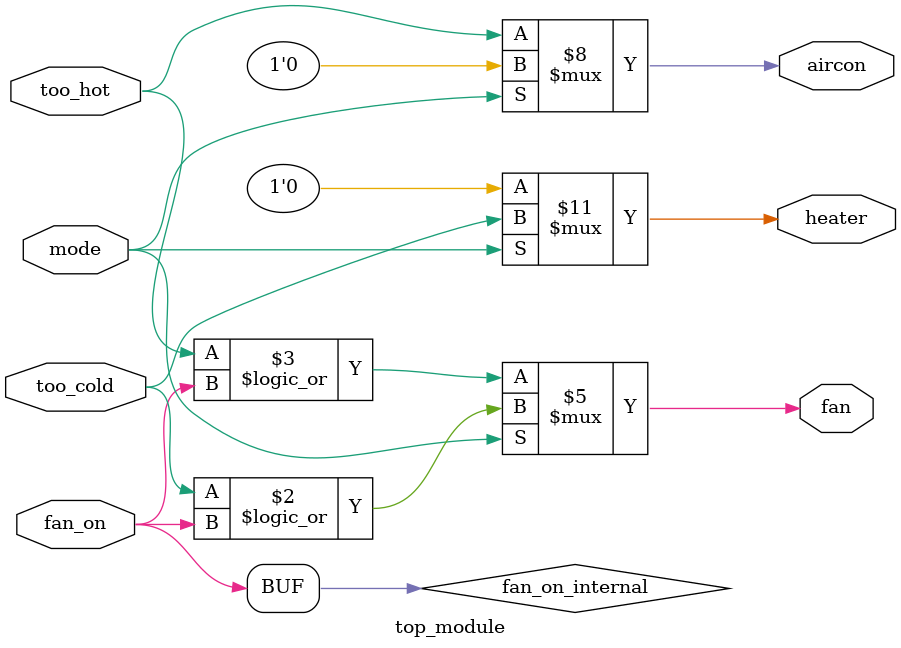
<source format=sv>
module top_module(
  input mode,
  input too_cold,
  input too_hot,
  input fan_on,
  output heater,
  output aircon,
  output fan
);

  reg fan_on_internal;

  always @(mode or too_cold or too_hot or fan_on) begin
    fan_on_internal = fan_on;
    
    if (mode) begin // Heating mode
      heater = too_cold;
      aircon = 0;
      fan = too_cold || fan_on_internal;
    end else begin // Cooling mode
      heater = 0;
      aircon = too_hot;
      fan = too_hot || fan_on_internal;
    end
  end

endmodule

</source>
